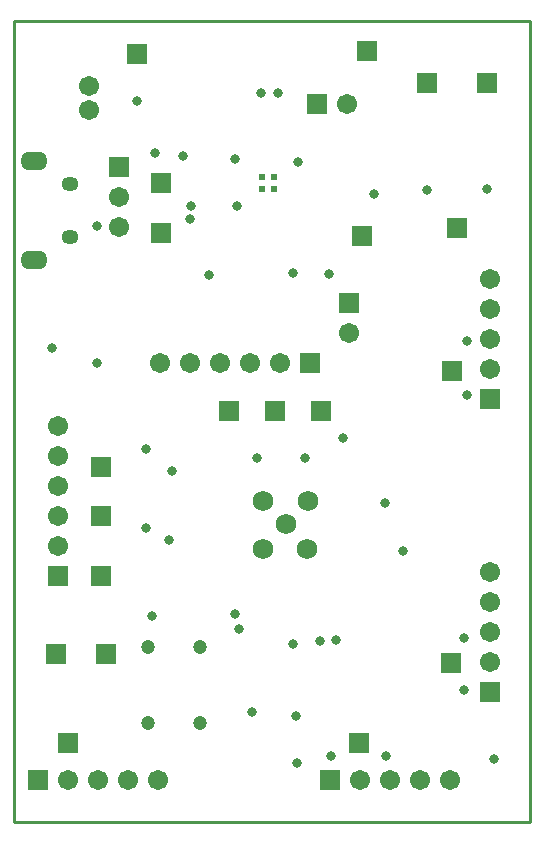
<source format=gbs>
G04 Layer_Color=16711935*
%FSLAX25Y25*%
%MOIN*%
G70*
G01*
G75*
%ADD28C,0.01000*%
%ADD66C,0.06800*%
%ADD68O,0.05721X0.04934*%
%ADD69C,0.06706*%
%ADD70R,0.06706X0.06706*%
%ADD71R,0.06706X0.06706*%
%ADD72C,0.02375*%
%ADD73C,0.06737*%
%ADD74C,0.04737*%
%ADD75C,0.03200*%
%ADD76O,0.09068X0.06312*%
D28*
X0Y267000D02*
X172000D01*
X0Y0D02*
Y267000D01*
Y0D02*
X172000D01*
Y267000D01*
D66*
X83000Y107000D02*
D03*
X98000D02*
D03*
X83000Y91000D02*
D03*
X97500D02*
D03*
X90500Y99500D02*
D03*
D68*
X18528Y212732D02*
D03*
Y195213D02*
D03*
D69*
X158500Y83333D02*
D03*
Y73333D02*
D03*
Y63333D02*
D03*
Y53333D02*
D03*
X14500Y92000D02*
D03*
Y102000D02*
D03*
Y112000D02*
D03*
Y122000D02*
D03*
Y132000D02*
D03*
X48000Y14000D02*
D03*
X38000D02*
D03*
X28000D02*
D03*
X18000D02*
D03*
X158500Y181000D02*
D03*
Y171000D02*
D03*
Y161000D02*
D03*
Y151000D02*
D03*
X35000Y208500D02*
D03*
Y198500D02*
D03*
X48500Y153000D02*
D03*
X58500D02*
D03*
X68500D02*
D03*
X78500D02*
D03*
X88500D02*
D03*
X111500Y163000D02*
D03*
X111000Y239500D02*
D03*
X145167Y14000D02*
D03*
X135167D02*
D03*
X125167D02*
D03*
X115167D02*
D03*
D70*
X158500Y43333D02*
D03*
X157500Y246500D02*
D03*
X137500D02*
D03*
X146000Y150500D02*
D03*
X145500Y53000D02*
D03*
X14500Y82000D02*
D03*
X158500Y141000D02*
D03*
X35000Y218500D02*
D03*
X111500Y173000D02*
D03*
D71*
X102300Y137000D02*
D03*
X86800D02*
D03*
X71500D02*
D03*
X117500Y257000D02*
D03*
X49000Y213000D02*
D03*
X30500Y56000D02*
D03*
X29000Y118500D02*
D03*
X41000Y256000D02*
D03*
X14000Y56000D02*
D03*
X29000Y102000D02*
D03*
X49000Y196500D02*
D03*
X29000Y82000D02*
D03*
X116000Y195500D02*
D03*
X8000Y14000D02*
D03*
X98500Y153000D02*
D03*
X101000Y239500D02*
D03*
X105167Y14000D02*
D03*
X115000Y26500D02*
D03*
X18000D02*
D03*
X147500Y198000D02*
D03*
D72*
X82563Y215000D02*
D03*
Y211063D02*
D03*
X86500D02*
D03*
Y215000D02*
D03*
D73*
X25000Y245437D02*
D03*
Y237563D02*
D03*
D74*
X62000Y58500D02*
D03*
X44500D02*
D03*
Y33000D02*
D03*
X62000D02*
D03*
D75*
X45744Y68744D02*
D03*
X107256Y60744D02*
D03*
X93000Y59500D02*
D03*
X105000Y182906D02*
D03*
X64815Y182591D02*
D03*
X93000Y183193D02*
D03*
X137500Y210653D02*
D03*
X59000Y205500D02*
D03*
X87756Y243256D02*
D03*
X94453Y220000D02*
D03*
X73610Y221000D02*
D03*
X74047Y205500D02*
D03*
X82244Y243256D02*
D03*
X58500Y201000D02*
D03*
X27500Y153000D02*
D03*
X12500Y158000D02*
D03*
X41000Y240500D02*
D03*
X51500Y94000D02*
D03*
X120000Y209488D02*
D03*
X81000Y121500D02*
D03*
X74756Y64500D02*
D03*
X27382Y198882D02*
D03*
X52500Y117000D02*
D03*
X123500Y106500D02*
D03*
X150000Y44000D02*
D03*
X151000Y142500D02*
D03*
Y160500D02*
D03*
X56200Y222000D02*
D03*
X47000Y223000D02*
D03*
X129500Y90500D02*
D03*
X97000Y121500D02*
D03*
X44000Y124500D02*
D03*
Y98000D02*
D03*
X73500Y69500D02*
D03*
X101744Y60500D02*
D03*
X160000Y21000D02*
D03*
X157500Y211000D02*
D03*
X105500Y22000D02*
D03*
X124000D02*
D03*
X150000Y61500D02*
D03*
X94000Y35500D02*
D03*
X94072Y19642D02*
D03*
X109500Y128000D02*
D03*
X79244Y36744D02*
D03*
D76*
X6500Y187535D02*
D03*
Y220409D02*
D03*
M02*

</source>
